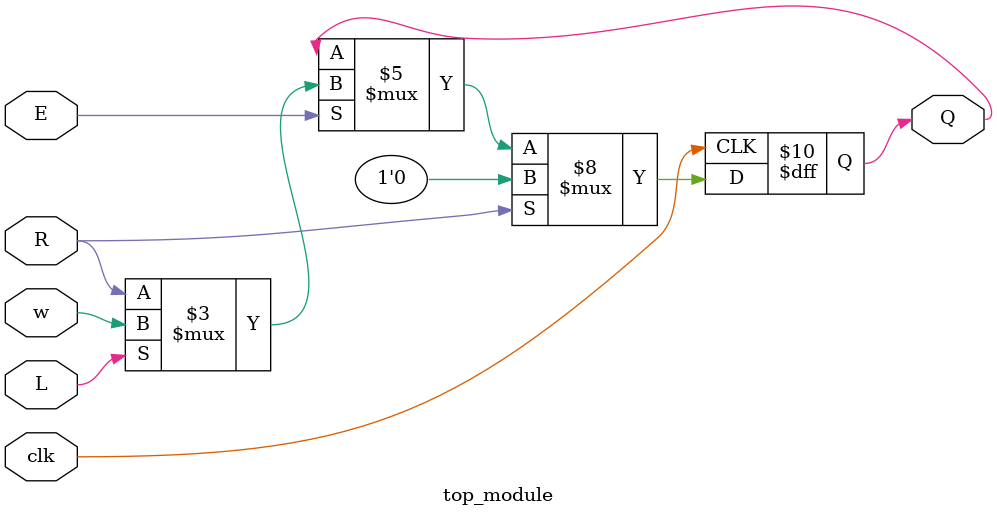
<source format=sv>
module top_module (
    input clk,
    input w,
    input R,
    input E,
    input L,
    output reg Q
);

always @(posedge clk) begin
    if (R) 
        Q <= 0;
    else if (E) begin
        if (L) 
            Q <= w;
        else 
            Q <= R;
    end
end

endmodule

</source>
